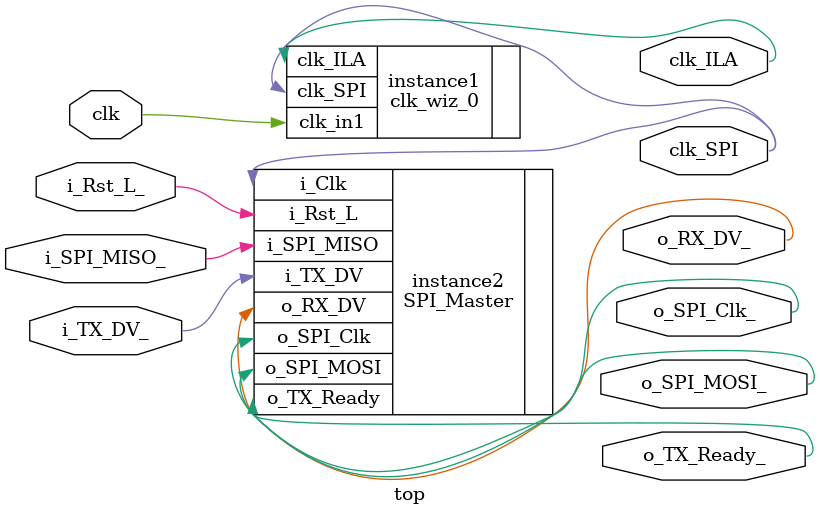
<source format=v>
`timescale 1ns / 1ps

module top(input clk, i_Rst_L_, i_TX_DV_, i_SPI_MISO_,  output clk_SPI, clk_ILA, o_TX_Ready_, o_RX_DV_, o_SPI_Clk_, o_SPI_MOSI_);
    clk_wiz_0 instance1(
    .clk_SPI(clk_SPI), //12MHz
    .clk_ILA(clk_ILA),
    .clk_in1(clk)
    );
    
    SPI_Master instance2(
    .i_Rst_L(i_Rst_L_),
    .i_Clk(clk_SPI),
     //지금 당장은 쓸 일 없음 (i_TX_Byte)
    .i_TX_DV(i_TX_DV_),
    .o_TX_Ready(o_TX_Ready_),
    .o_RX_DV(o_RX_DV_),
    .o_SPI_Clk(o_SPI_Clk_),
    .i_SPI_MISO(i_SPI_MISO_),
    .o_SPI_MOSI(o_SPI_MOSI_)
    );
    
    
endmodule

</source>
